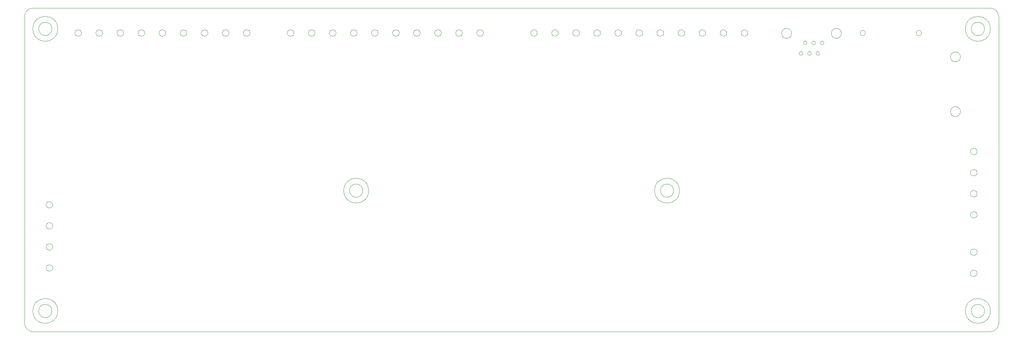
<source format=gbp>
G04 Layer_Color=128*
%FSAX44Y44*%
%MOMM*%
G71*
G01*
G75*
%ADD79C,0.1000*%
D79*
X-00000000Y00020000D02*
G03*
X00020000Y00000000I00020000J00000000D01*
G01*
X00020000D02*
X02330000D01*
D02*
G03*
X02350000Y00020000I00000000J00020000D01*
G01*
Y00760000D01*
Y00760000D02*
G03*
X02330000Y00780000I-00020000J00000000D01*
G01*
X00020000D01*
X00020000D02*
G03*
X-00000000Y00760000I00000000J-00020000D01*
G01*
Y00760000D02*
Y00020000D01*
X00066000Y00050000D02*
G03*
X00066000Y00050000I-00016000J00000000D01*
G01*
X00080000D02*
G03*
X00080000Y00050000I-00030000J00000000D01*
G01*
X00068000Y00153600D02*
G03*
X00068000Y00153600I-00008000J00000000D01*
G01*
Y00204400D02*
G03*
X00068000Y00204400I-00008000J00000000D01*
G01*
Y00255200D02*
G03*
X00068000Y00255200I-00008000J00000000D01*
G01*
Y00306000D02*
G03*
X00068000Y00306000I-00008000J00000000D01*
G01*
X00493100Y00720000D02*
G03*
X00493100Y00720000I-00008000J00000000D01*
G01*
X00543900D02*
G03*
X00543900Y00720000I-00008000J00000000D01*
G01*
X00442300D02*
G03*
X00442300Y00720000I-00008000J00000000D01*
G01*
X00391500D02*
G03*
X00391500Y00720000I-00008000J00000000D01*
G01*
X00340700D02*
G03*
X00340700Y00720000I-00008000J00000000D01*
G01*
X00289900D02*
G03*
X00289900Y00720000I-00008000J00000000D01*
G01*
X00239100D02*
G03*
X00239100Y00720000I-00008000J00000000D01*
G01*
X00188300D02*
G03*
X00188300Y00720000I-00008000J00000000D01*
G01*
X00137500D02*
G03*
X00137500Y00720000I-00008000J00000000D01*
G01*
X00080000Y00730000D02*
G03*
X00080000Y00730000I-00030000J00000000D01*
G01*
X00066000D02*
G03*
X00066000Y00730000I-00016000J00000000D01*
G01*
X00649800Y00720000D02*
G03*
X00649800Y00720000I-00008000J00000000D01*
G01*
X00700600D02*
G03*
X00700600Y00720000I-00008000J00000000D01*
G01*
X00751400D02*
G03*
X00751400Y00720000I-00008000J00000000D01*
G01*
X00802200D02*
G03*
X00802200Y00720000I-00008000J00000000D01*
G01*
X00853000D02*
G03*
X00853000Y00720000I-00008000J00000000D01*
G01*
X00903800D02*
G03*
X00903800Y00720000I-00008000J00000000D01*
G01*
X00954600D02*
G03*
X00954600Y00720000I-00008000J00000000D01*
G01*
X01005400D02*
G03*
X01005400Y00720000I-00008000J00000000D01*
G01*
X01056200D02*
G03*
X01056200Y00720000I-00008000J00000000D01*
G01*
X01107000D02*
G03*
X01107000Y00720000I-00008000J00000000D01*
G01*
X01237000D02*
G03*
X01237000Y00720000I-00008000J00000000D01*
G01*
X01287800D02*
G03*
X01287800Y00720000I-00008000J00000000D01*
G01*
X01338600D02*
G03*
X01338600Y00720000I-00008000J00000000D01*
G01*
X01389400D02*
G03*
X01389400Y00720000I-00008000J00000000D01*
G01*
X01440200D02*
G03*
X01440200Y00720000I-00008000J00000000D01*
G01*
X01491000D02*
G03*
X01491000Y00720000I-00008000J00000000D01*
G01*
X01541800D02*
G03*
X01541800Y00720000I-00008000J00000000D01*
G01*
X01592600D02*
G03*
X01592600Y00720000I-00008000J00000000D01*
G01*
X01643400D02*
G03*
X01643400Y00720000I-00008000J00000000D01*
G01*
X01694200D02*
G03*
X01694200Y00720000I-00008000J00000000D01*
G01*
X01745000D02*
G03*
X01745000Y00720000I-00008000J00000000D01*
G01*
X01877500Y00670800D02*
G03*
X01877500Y00670800I-00004500J00000000D01*
G01*
X01897900D02*
G03*
X01897900Y00670800I-00004500J00000000D01*
G01*
X01918300D02*
G03*
X01918300Y00670800I-00004500J00000000D01*
G01*
X01970500Y00719200D02*
G03*
X01970500Y00719200I-00012000J00000000D01*
G01*
X02028600Y00720000D02*
G03*
X02028600Y00720000I-00006400J00000000D01*
G01*
X01928500Y00696200D02*
G03*
X01928500Y00696200I-00004500J00000000D01*
G01*
X01908100D02*
G03*
X01908100Y00696200I-00004500J00000000D01*
G01*
X01887700D02*
G03*
X01887700Y00696200I-00004500J00000000D01*
G01*
X01850500Y00719200D02*
G03*
X01850500Y00719200I-00012000J00000000D01*
G01*
X02164200Y00720000D02*
G03*
X02164200Y00720000I-00006400J00000000D01*
G01*
X02257750Y00662500D02*
G03*
X02257750Y00662500I-00012000J00000000D01*
G01*
Y00530500D02*
G03*
X02257750Y00530500I-00012000J00000000D01*
G01*
X02298000Y00434150D02*
G03*
X02298000Y00434150I-00008000J00000000D01*
G01*
Y00383350D02*
G03*
X02298000Y00383350I-00008000J00000000D01*
G01*
Y00332550D02*
G03*
X02298000Y00332550I-00008000J00000000D01*
G01*
Y00281750D02*
G03*
X02298000Y00281750I-00008000J00000000D01*
G01*
X02298000Y00191550D02*
G03*
X02298000Y00191550I-00008000J00000000D01*
G01*
Y00140750D02*
G03*
X02298000Y00140750I-00008000J00000000D01*
G01*
X02316000Y00050000D02*
G03*
X02316000Y00050000I-00016000J00000000D01*
G01*
X02330000D02*
G03*
X02330000Y00050000I-00030000J00000000D01*
G01*
Y00730000D02*
G03*
X02330000Y00730000I-00030000J00000000D01*
G01*
X02316000D02*
G03*
X02316000Y00730000I-00016000J00000000D01*
G01*
X01580000Y00340000D02*
G03*
X01580000Y00340000I-00030000J00000000D01*
G01*
X01566000D02*
G03*
X01566000Y00340000I-00016000J00000000D01*
G01*
X00830000D02*
G03*
X00830000Y00340000I-00030000J00000000D01*
G01*
X00816000D02*
G03*
X00816000Y00340000I-00016000J00000000D01*
G01*
M02*

</source>
